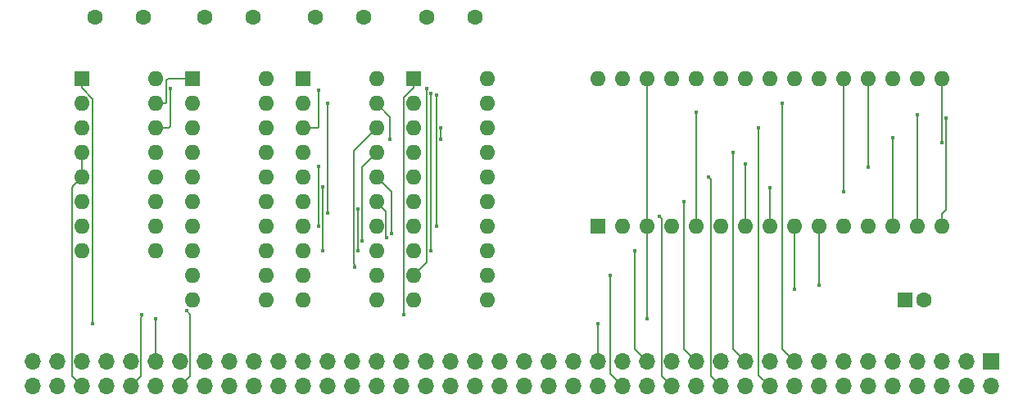
<source format=gbr>
G04 #@! TF.GenerationSoftware,KiCad,Pcbnew,(5.1.0-0)*
G04 #@! TF.CreationDate,2019-12-31T10:25:43-08:00*
G04 #@! TF.ProjectId,SerialCard,53657269-616c-4436-9172-642e6b696361,rev?*
G04 #@! TF.SameCoordinates,Original*
G04 #@! TF.FileFunction,Copper,L4,Bot*
G04 #@! TF.FilePolarity,Positive*
%FSLAX46Y46*%
G04 Gerber Fmt 4.6, Leading zero omitted, Abs format (unit mm)*
G04 Created by KiCad (PCBNEW (5.1.0-0)) date 2019-12-31 10:25:43*
%MOMM*%
%LPD*%
G04 APERTURE LIST*
%ADD10O,1.700000X1.700000*%
%ADD11R,1.700000X1.700000*%
%ADD12O,1.600000X1.600000*%
%ADD13R,1.600000X1.600000*%
%ADD14C,1.600000*%
%ADD15C,0.450000*%
%ADD16C,0.127000*%
G04 APERTURE END LIST*
D10*
X64770000Y-133350000D03*
X64770000Y-130810000D03*
X67310000Y-133350000D03*
X67310000Y-130810000D03*
X69850000Y-133350000D03*
X69850000Y-130810000D03*
X72390000Y-133350000D03*
X72390000Y-130810000D03*
X74930000Y-133350000D03*
X74930000Y-130810000D03*
X77470000Y-133350000D03*
X77470000Y-130810000D03*
X80010000Y-133350000D03*
X80010000Y-130810000D03*
X82550000Y-133350000D03*
X82550000Y-130810000D03*
X85090000Y-133350000D03*
X85090000Y-130810000D03*
X87630000Y-133350000D03*
X87630000Y-130810000D03*
X90170000Y-133350000D03*
X90170000Y-130810000D03*
X92710000Y-133350000D03*
X92710000Y-130810000D03*
X95250000Y-133350000D03*
X95250000Y-130810000D03*
X97790000Y-133350000D03*
X97790000Y-130810000D03*
X100330000Y-133350000D03*
X100330000Y-130810000D03*
X102870000Y-133350000D03*
X102870000Y-130810000D03*
X105410000Y-133350000D03*
X105410000Y-130810000D03*
X107950000Y-133350000D03*
X107950000Y-130810000D03*
X110490000Y-133350000D03*
X110490000Y-130810000D03*
X113030000Y-133350000D03*
X113030000Y-130810000D03*
X115570000Y-133350000D03*
X115570000Y-130810000D03*
X118110000Y-133350000D03*
X118110000Y-130810000D03*
X120650000Y-133350000D03*
X120650000Y-130810000D03*
X123190000Y-133350000D03*
X123190000Y-130810000D03*
X125730000Y-133350000D03*
X125730000Y-130810000D03*
X128270000Y-133350000D03*
X128270000Y-130810000D03*
X130810000Y-133350000D03*
X130810000Y-130810000D03*
X133350000Y-133350000D03*
X133350000Y-130810000D03*
X135890000Y-133350000D03*
X135890000Y-130810000D03*
X138430000Y-133350000D03*
X138430000Y-130810000D03*
X140970000Y-133350000D03*
X140970000Y-130810000D03*
X143510000Y-133350000D03*
X143510000Y-130810000D03*
X146050000Y-133350000D03*
X146050000Y-130810000D03*
X148590000Y-133350000D03*
X148590000Y-130810000D03*
X151130000Y-133350000D03*
X151130000Y-130810000D03*
X153670000Y-133350000D03*
X153670000Y-130810000D03*
X156210000Y-133350000D03*
X156210000Y-130810000D03*
X158750000Y-133350000D03*
X158750000Y-130810000D03*
X161290000Y-133350000D03*
X161290000Y-130810000D03*
X163830000Y-133350000D03*
D11*
X163830000Y-130810000D03*
D12*
X111760000Y-101600000D03*
X104140000Y-124460000D03*
X111760000Y-104140000D03*
X104140000Y-121920000D03*
X111760000Y-106680000D03*
X104140000Y-119380000D03*
X111760000Y-109220000D03*
X104140000Y-116840000D03*
X111760000Y-111760000D03*
X104140000Y-114300000D03*
X111760000Y-114300000D03*
X104140000Y-111760000D03*
X111760000Y-116840000D03*
X104140000Y-109220000D03*
X111760000Y-119380000D03*
X104140000Y-106680000D03*
X111760000Y-121920000D03*
X104140000Y-104140000D03*
X111760000Y-124460000D03*
D13*
X104140000Y-101600000D03*
D12*
X88900000Y-101600000D03*
X81280000Y-124460000D03*
X88900000Y-104140000D03*
X81280000Y-121920000D03*
X88900000Y-106680000D03*
X81280000Y-119380000D03*
X88900000Y-109220000D03*
X81280000Y-116840000D03*
X88900000Y-111760000D03*
X81280000Y-114300000D03*
X88900000Y-114300000D03*
X81280000Y-111760000D03*
X88900000Y-116840000D03*
X81280000Y-109220000D03*
X88900000Y-119380000D03*
X81280000Y-106680000D03*
X88900000Y-121920000D03*
X81280000Y-104140000D03*
X88900000Y-124460000D03*
D13*
X81280000Y-101600000D03*
D12*
X100330000Y-101600000D03*
X92710000Y-124460000D03*
X100330000Y-104140000D03*
X92710000Y-121920000D03*
X100330000Y-106680000D03*
X92710000Y-119380000D03*
X100330000Y-109220000D03*
X92710000Y-116840000D03*
X100330000Y-111760000D03*
X92710000Y-114300000D03*
X100330000Y-114300000D03*
X92710000Y-111760000D03*
X100330000Y-116840000D03*
X92710000Y-109220000D03*
X100330000Y-119380000D03*
X92710000Y-106680000D03*
X100330000Y-121920000D03*
X92710000Y-104140000D03*
X100330000Y-124460000D03*
D13*
X92710000Y-101600000D03*
D12*
X77470000Y-101600000D03*
X69850000Y-119380000D03*
X77470000Y-104140000D03*
X69850000Y-116840000D03*
X77470000Y-106680000D03*
X69850000Y-114300000D03*
X77470000Y-109220000D03*
X69850000Y-111760000D03*
X77470000Y-111760000D03*
X69850000Y-109220000D03*
X77470000Y-114300000D03*
X69850000Y-106680000D03*
X77470000Y-116840000D03*
X69850000Y-104140000D03*
X77470000Y-119380000D03*
D13*
X69850000Y-101600000D03*
D14*
X156940000Y-124460000D03*
D13*
X154940000Y-124460000D03*
D14*
X71200000Y-95250000D03*
X76200000Y-95250000D03*
X105490000Y-95250000D03*
X110490000Y-95250000D03*
X93980000Y-95250000D03*
X98980000Y-95250000D03*
X82550000Y-95250000D03*
X87550000Y-95250000D03*
D12*
X158750000Y-101600000D03*
X158750000Y-116840000D03*
X123190000Y-101600000D03*
X156210000Y-116840000D03*
X125730000Y-101600000D03*
X153670000Y-116840000D03*
X128270000Y-101600000D03*
X151130000Y-116840000D03*
X130810000Y-101600000D03*
X148590000Y-116840000D03*
X133350000Y-101600000D03*
X146050000Y-116840000D03*
X135890000Y-101600000D03*
X143510000Y-116840000D03*
X138430000Y-101600000D03*
X140970000Y-116840000D03*
X140970000Y-101600000D03*
X138430000Y-116840000D03*
X143510000Y-101600000D03*
X135890000Y-116840000D03*
X146050000Y-101600000D03*
X133350000Y-116840000D03*
X148590000Y-101600000D03*
X130810000Y-116840000D03*
X151130000Y-101600000D03*
X128270000Y-116840000D03*
X153670000Y-101600000D03*
X125730000Y-116840000D03*
X156210000Y-101600000D03*
D13*
X123190000Y-116840000D03*
D15*
X158750000Y-108204000D03*
X159165500Y-105664000D03*
X156210000Y-105273999D03*
X101727000Y-107813999D03*
X153670000Y-107696000D03*
X101854000Y-117602000D03*
X101346000Y-117973999D03*
X146050000Y-122936000D03*
X143510000Y-123351500D03*
X140970000Y-112868500D03*
X105537000Y-102616000D03*
X138430000Y-110353999D03*
X105952500Y-103132086D03*
X105952500Y-119380000D03*
X95250000Y-115433999D03*
X95250000Y-104140000D03*
X106540639Y-103285500D03*
X106553000Y-116840000D03*
X133350000Y-105019989D03*
X148590000Y-113284000D03*
X151130000Y-110744000D03*
X79037503Y-102616000D03*
X77470000Y-126399500D03*
X128270000Y-126365000D03*
X106956139Y-106680000D03*
X106959489Y-107813999D03*
X139827000Y-106680000D03*
X103124000Y-125984000D03*
X76073000Y-125984000D03*
X70993000Y-126873000D03*
X123190000Y-126873000D03*
X98840500Y-118364000D03*
X127000000Y-119380000D03*
X98425000Y-119380000D03*
X98425000Y-115062000D03*
X132080000Y-114300000D03*
X94361000Y-116840000D03*
X94361000Y-110617000D03*
X137160000Y-109220000D03*
X94361000Y-102733999D03*
X142240000Y-104140000D03*
X80674573Y-125568500D03*
X98044000Y-121031000D03*
X124460000Y-121920000D03*
X129540000Y-115824000D03*
X94776500Y-112776000D03*
X94742000Y-119380000D03*
X134620000Y-111760000D03*
D16*
X158750000Y-108204000D02*
X158750000Y-101600000D01*
X159165500Y-105664000D02*
X159165500Y-115154500D01*
X158750000Y-115570000D02*
X158750000Y-116840000D01*
X159165500Y-115154500D02*
X158750000Y-115570000D01*
X156210000Y-105273999D02*
X156210000Y-105664000D01*
X156210000Y-105664000D02*
X156210000Y-116840000D01*
X156210000Y-105156000D02*
X156210000Y-105664000D01*
X101727000Y-105537000D02*
X101727000Y-107813999D01*
X100330000Y-104140000D02*
X101727000Y-105537000D01*
X153670000Y-107696000D02*
X153670000Y-116840000D01*
X101854000Y-113284000D02*
X101854000Y-117602000D01*
X100330000Y-111760000D02*
X101854000Y-113284000D01*
X101320501Y-117948500D02*
X101346000Y-117973999D01*
X101320501Y-115290501D02*
X101320501Y-117948500D01*
X100330000Y-114300000D02*
X101320501Y-115290501D01*
X146050000Y-122936000D02*
X146050000Y-116840000D01*
X143510000Y-123351500D02*
X143510000Y-116840000D01*
X140970000Y-112868500D02*
X140970000Y-116840000D01*
X105537000Y-120523000D02*
X104140000Y-121920000D01*
X105537000Y-102616000D02*
X105537000Y-120523000D01*
X138430000Y-110353999D02*
X138430000Y-116840000D01*
X105952500Y-103132086D02*
X105952500Y-119380000D01*
X95250000Y-115433999D02*
X95250000Y-104140000D01*
X106540639Y-103285500D02*
X106540639Y-109588639D01*
X106553000Y-109601000D02*
X106553000Y-116840000D01*
X106540639Y-109588639D02*
X106553000Y-109601000D01*
X133350000Y-105019989D02*
X133350000Y-116840000D01*
X148590000Y-113284000D02*
X148590000Y-101600000D01*
X151130000Y-101600000D02*
X151130000Y-110363000D01*
X151130000Y-110363000D02*
X151130000Y-110744000D01*
X78486000Y-104140000D02*
X77470000Y-104140000D01*
X78622003Y-104003997D02*
X78549500Y-104076500D01*
X78549500Y-104076500D02*
X78613000Y-104013000D01*
X78486000Y-104140000D02*
X78549500Y-104076500D01*
X81280000Y-101600000D02*
X78758006Y-101600000D01*
X78622003Y-101736003D02*
X78622003Y-104003997D01*
X78758006Y-101600000D02*
X78622003Y-101736003D01*
X79037503Y-102616000D02*
X79037503Y-106509497D01*
X78867000Y-106680000D02*
X77470000Y-106680000D01*
X79037503Y-106509497D02*
X78867000Y-106680000D01*
X128270000Y-101600000D02*
X128270000Y-116840000D01*
X77470000Y-130810000D02*
X77470000Y-126399500D01*
X128270000Y-126365000D02*
X128270000Y-116840000D01*
X106956139Y-107810649D02*
X106959489Y-107813999D01*
X106956139Y-106680000D02*
X106956139Y-107810649D01*
X139827000Y-132207000D02*
X140970000Y-133350000D01*
X139827000Y-106680000D02*
X139827000Y-132207000D01*
X69050001Y-112559999D02*
X69850000Y-111760000D01*
X68809499Y-112800501D02*
X69050001Y-112559999D01*
X68809499Y-132309499D02*
X68809499Y-112800501D01*
X69850000Y-133350000D02*
X68809499Y-132309499D01*
X69850000Y-110628630D02*
X69850000Y-109220000D01*
X69850000Y-111760000D02*
X69850000Y-110628630D01*
X103124000Y-103543000D02*
X103124000Y-125984000D01*
X104140000Y-102527000D02*
X103124000Y-103543000D01*
X104140000Y-101600000D02*
X104140000Y-102527000D01*
X75970501Y-132309499D02*
X75970501Y-126262501D01*
X74930000Y-133350000D02*
X75970501Y-132309499D01*
X76073000Y-126160002D02*
X76073000Y-125984000D01*
X75970501Y-126262501D02*
X76073000Y-126160002D01*
X69850000Y-102527000D02*
X70993000Y-103670000D01*
X70993000Y-103670000D02*
X70993000Y-126873000D01*
X69850000Y-101600000D02*
X69850000Y-102527000D01*
X123190000Y-126873000D02*
X123190000Y-130810000D01*
X98840500Y-110709500D02*
X100330000Y-109220000D01*
X98840500Y-118364000D02*
X98840500Y-110709500D01*
X127000000Y-129540000D02*
X128270000Y-130810000D01*
X127000000Y-119380000D02*
X127000000Y-129540000D01*
X98425000Y-115062000D02*
X98425000Y-115697000D01*
X98425000Y-115697000D02*
X98425000Y-119380000D01*
X98425000Y-115316000D02*
X98425000Y-115697000D01*
X132080000Y-129540000D02*
X133350000Y-130810000D01*
X132080000Y-114300000D02*
X132080000Y-129540000D01*
X94361000Y-110617000D02*
X94361000Y-116840000D01*
X137160000Y-129540000D02*
X138430000Y-130810000D01*
X137160000Y-109220000D02*
X137160000Y-129540000D01*
X94234000Y-106680000D02*
X92710000Y-106680000D01*
X94361000Y-106553000D02*
X94234000Y-106680000D01*
X94361000Y-102733999D02*
X94361000Y-106553000D01*
X142240000Y-129540000D02*
X143510000Y-130810000D01*
X142240000Y-104140000D02*
X142240000Y-129540000D01*
X80859999Y-132500001D02*
X80010000Y-133350000D01*
X81050501Y-132309499D02*
X80859999Y-132500001D01*
X81050501Y-125944428D02*
X81050501Y-132309499D01*
X80674573Y-125568500D02*
X81050501Y-125944428D01*
X99530001Y-107479999D02*
X100330000Y-106680000D01*
X98009499Y-109000501D02*
X99530001Y-107479999D01*
X98009499Y-120678301D02*
X98009499Y-109000501D01*
X98044000Y-120712802D02*
X98009499Y-120678301D01*
X98044000Y-121031000D02*
X98044000Y-120712802D01*
X124460000Y-132080000D02*
X125730000Y-133350000D01*
X124460000Y-121920000D02*
X124460000Y-132080000D01*
X129960001Y-132500001D02*
X130810000Y-133350000D01*
X129769499Y-116053499D02*
X129769499Y-132309499D01*
X129769499Y-132309499D02*
X129960001Y-132500001D01*
X129540000Y-115824000D02*
X129769499Y-116053499D01*
X94776500Y-119345500D02*
X94742000Y-119380000D01*
X94776500Y-112776000D02*
X94776500Y-119345500D01*
X134849499Y-132309499D02*
X135040001Y-132500001D01*
X134849499Y-111989499D02*
X134849499Y-132309499D01*
X135040001Y-132500001D02*
X135890000Y-133350000D01*
X134620000Y-111760000D02*
X134849499Y-111989499D01*
M02*

</source>
